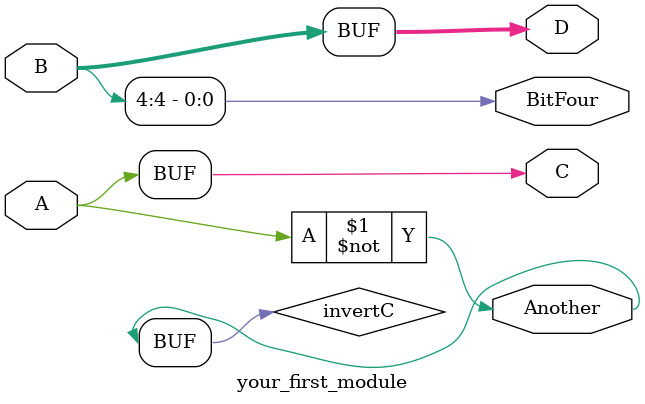
<source format=v>
module your_first_module(
    input A, // Single bit input -- END EACH LINE with a comma...
    input [5:0] B, // Six bit wide input
    output C, Another, // two single bit outputs (can be done for input too)
    output BitFour, // We can do any name for our outputs
                    // as long as it doesn't have whitespace in it
    output [5:0] D // Six bit wide ouput... without a comma
    // DO NOT PUT A COMMA AFTER THE LAST LIST ENTRY
); // Note this end paren with a semicolon

    assign C = A; // End each assignment with a semicolon

    wire invertC; // Declare local wires.
                  // These are neither inputs or outputs
                  // but can be used locally to hold values

    assign invertC = ~C; // And can be assigned to regularly
    assign Another = invertC; // And used as if they were regular values

    assign D = B; // When vectors match in size,
                  // they can just be directly assigned

    assign BitFour = B[4]; // Or decomposed for single elements

endmodule // No semicolon here for....... reasons
</source>
